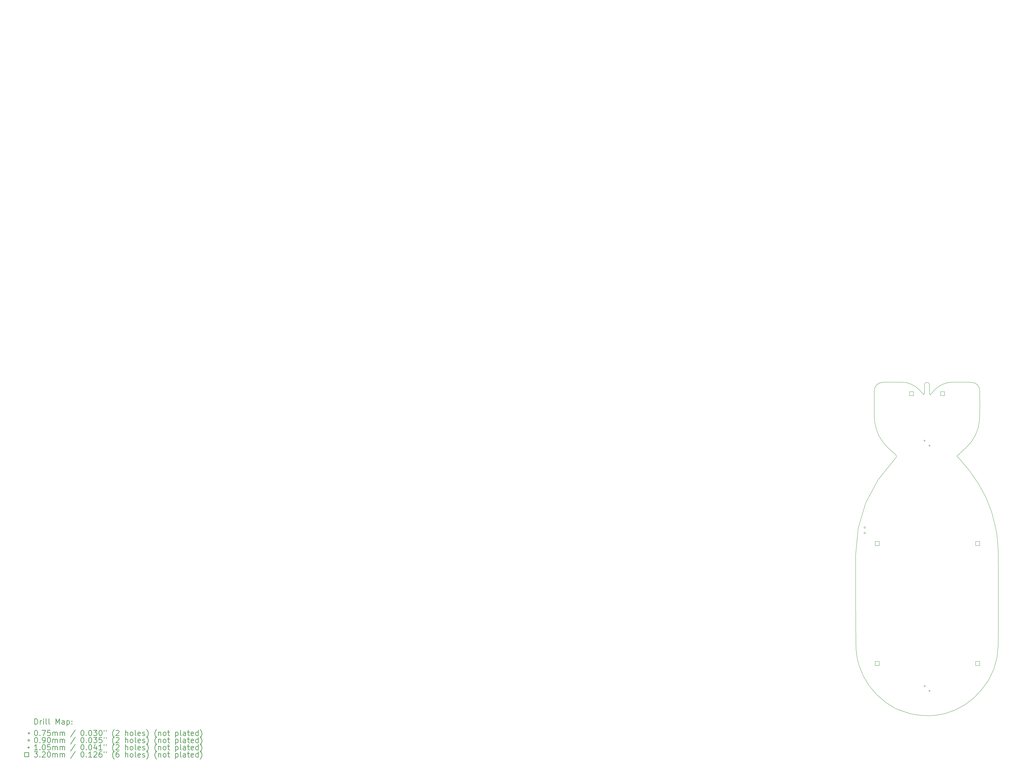
<source format=gbr>
%FSLAX45Y45*%
G04 Gerber Fmt 4.5, Leading zero omitted, Abs format (unit mm)*
G04 Created by KiCad (PCBNEW (5.1.0-0)) date 2019-05-28 12:36:04*
%MOMM*%
%LPD*%
G04 APERTURE LIST*
%ADD10C,0.200000*%
%ADD11C,0.300000*%
G04 APERTURE END LIST*
D10*
X12617964Y-21753735D02*
X12090286Y-22039172D01*
X13095782Y-21388600D02*
X12617964Y-21753735D01*
X13524708Y-20947509D02*
X13095782Y-21388600D01*
X13925508Y-20388541D02*
X13524708Y-20947509D01*
X14217343Y-19784993D02*
X13925508Y-20388541D01*
X14397006Y-19138453D02*
X14217343Y-19784993D01*
X14461291Y-18450505D02*
X14397006Y-19138453D01*
X14469058Y-17170990D02*
X14461291Y-18450505D01*
X6709145Y-11976439D02*
X7123719Y-10585186D01*
X6562811Y-13478856D02*
X6709145Y-11976439D01*
X6559148Y-14704307D02*
X6562811Y-13478856D01*
X6562760Y-15929813D02*
X6559148Y-14704307D01*
X6569460Y-17155341D02*
X6562760Y-15929813D01*
X6575061Y-18380862D02*
X6569460Y-17155341D01*
X6586155Y-18682876D02*
X6575061Y-18380862D01*
X6618236Y-18982020D02*
X6586155Y-18682876D01*
X6672211Y-19277006D02*
X6618236Y-18982020D01*
X6748990Y-19566547D02*
X6672211Y-19277006D01*
X6991788Y-20175510D02*
X6748990Y-19566547D01*
X10803457Y-4472840D02*
X10803457Y-4472840D01*
X8232332Y-21629265D02*
X8232332Y-21629265D01*
X8364798Y-21712115D02*
X8232332Y-21629265D01*
X8497263Y-21794965D02*
X8364798Y-21712115D01*
X8629729Y-21877816D02*
X8497263Y-21794965D01*
X8762194Y-21960666D02*
X8629729Y-21877816D01*
X8893529Y-22015230D02*
X8762194Y-21960666D01*
X9166618Y-22110733D02*
X8893529Y-22015230D01*
X9441925Y-22202764D02*
X9166618Y-22110733D01*
X8812681Y-8059332D02*
X8834778Y-8006090D01*
X8743703Y-8135910D02*
X8812681Y-8059332D01*
X7803062Y-9305031D02*
X8743703Y-8135910D01*
X7123719Y-10585186D02*
X7803062Y-9305031D01*
X7730843Y-4046041D02*
X7886534Y-3944652D01*
X7631946Y-4204639D02*
X7730843Y-4046041D01*
X7597037Y-4412865D02*
X7631946Y-4204639D01*
X7596270Y-4765342D02*
X7597037Y-4412865D01*
X7595831Y-5117820D02*
X7596270Y-4765342D01*
X7322109Y-20721636D02*
X6991788Y-20175510D01*
X7736706Y-21205896D02*
X7322109Y-20721636D01*
X8232332Y-21629265D02*
X7736706Y-21205896D01*
X7702871Y-6497695D02*
X7625430Y-6168044D01*
X7827701Y-6812331D02*
X7702871Y-6497695D01*
X7997666Y-7112563D02*
X7827701Y-6812331D01*
X8160052Y-7325964D02*
X7997666Y-7112563D01*
X8343466Y-7518230D02*
X8160052Y-7325964D01*
X8538143Y-7699184D02*
X8343466Y-7518230D01*
X8734320Y-7878646D02*
X8538143Y-7699184D01*
X8808992Y-7953442D02*
X8734320Y-7878646D01*
X8834778Y-8006090D02*
X8808992Y-7953442D01*
X10170007Y-4414007D02*
X10241891Y-4497729D01*
X10102836Y-4338388D02*
X10170007Y-4414007D01*
X9884619Y-4147538D02*
X10102836Y-4338388D01*
X9643452Y-4012452D02*
X9884619Y-4147538D01*
X9379454Y-3932501D02*
X9643452Y-4012452D01*
X9092747Y-3907057D02*
X9379454Y-3932501D01*
X8842517Y-3907624D02*
X9092747Y-3907057D01*
X8592282Y-3907308D02*
X8842517Y-3907624D01*
X8342048Y-3907116D02*
X8592282Y-3907308D01*
X8091823Y-3908055D02*
X8342048Y-3907116D01*
X7886534Y-3944652D02*
X8091823Y-3908055D01*
X11117059Y-22322405D02*
X10720000Y-22360000D01*
X11511781Y-22241174D02*
X11117059Y-22322405D01*
X12090286Y-22039172D02*
X11511781Y-22241174D01*
X12703547Y-8602128D02*
X12870160Y-8806568D01*
X12531022Y-8400816D02*
X12703547Y-8602128D01*
X12354630Y-8199268D02*
X12531022Y-8400816D01*
X12176419Y-7994121D02*
X12354630Y-8199268D01*
X12300561Y-7879097D02*
X12176419Y-7994121D01*
X12424856Y-7763983D02*
X12300561Y-7879097D01*
X12549160Y-7648705D02*
X12424856Y-7763983D01*
X12673327Y-7533188D02*
X12549160Y-7648705D01*
X12968238Y-7210951D02*
X12673327Y-7533188D01*
X13195264Y-6852909D02*
X12968238Y-7210951D01*
X13347587Y-6458579D02*
X13195264Y-6852909D01*
X13418390Y-6027476D02*
X13347587Y-6458579D01*
X13436263Y-5610871D02*
X13418390Y-6027476D01*
X13441789Y-5193451D02*
X13436263Y-5610871D01*
X13439912Y-4775693D02*
X13441789Y-5193451D01*
X13435576Y-4358076D02*
X13439912Y-4775693D01*
X13398667Y-4182130D02*
X13435576Y-4358076D01*
X13300954Y-4041501D02*
X13398667Y-4182130D01*
X13156618Y-3947453D02*
X13300954Y-4041501D01*
X12979841Y-3911251D02*
X13156618Y-3947453D01*
X12712244Y-3907348D02*
X12979841Y-3911251D01*
X12444602Y-3905661D02*
X12712244Y-3907348D01*
X12176956Y-3906189D02*
X12444602Y-3905661D01*
X11909350Y-3908932D02*
X12176956Y-3906189D01*
X11822727Y-3913348D02*
X11909350Y-3908932D01*
X11736042Y-3923435D02*
X11822727Y-3913348D01*
X11649838Y-3938179D02*
X11736042Y-3923435D01*
X11564659Y-3956569D02*
X11649838Y-3938179D01*
X11352930Y-4030336D02*
X11564659Y-3956569D01*
X11163795Y-4140648D02*
X11352930Y-4030336D01*
X14471941Y-15891430D02*
X14469058Y-17170990D01*
X14469268Y-14611882D02*
X14471941Y-15891430D01*
X14460369Y-13332406D02*
X14469268Y-14611882D01*
X14447931Y-12984614D02*
X14460369Y-13332406D01*
X14418256Y-12636520D02*
X14447931Y-12984614D01*
X14372850Y-12289988D02*
X14418256Y-12636520D01*
X14313218Y-11946881D02*
X14372850Y-12289988D01*
X14094884Y-11095556D02*
X14313218Y-11946881D01*
X13780436Y-10287956D02*
X14094884Y-11095556D01*
X13371615Y-9524741D02*
X13780436Y-10287956D01*
X12870160Y-8806568D02*
X13371615Y-9524741D01*
X10617243Y-3956450D02*
X10641992Y-4002115D01*
X10575943Y-3927506D02*
X10617243Y-3956450D01*
X10518066Y-3916980D02*
X10575943Y-3927506D01*
X10459914Y-3926661D02*
X10518066Y-3916980D01*
X10417463Y-3955419D02*
X10459914Y-3926661D01*
X10390456Y-4000576D02*
X10417463Y-3955419D01*
X10378635Y-4059455D02*
X10390456Y-4000576D01*
X7596144Y-5470295D02*
X7595831Y-5117820D01*
X7597633Y-5822763D02*
X7596144Y-5470295D01*
X7625430Y-6168044D02*
X7597633Y-5822763D01*
X10992528Y-4279543D02*
X11163795Y-4140648D01*
X10834404Y-4439056D02*
X10992528Y-4279543D01*
X10800306Y-4484554D02*
X10834404Y-4439056D01*
X10753518Y-4548238D02*
X10800306Y-4484554D01*
X10707671Y-4596903D02*
X10753518Y-4548238D01*
X10676394Y-4597346D02*
X10707671Y-4596903D01*
X10661352Y-4518564D02*
X10676394Y-4597346D01*
X10653551Y-4377453D02*
X10661352Y-4518564D01*
X10650627Y-4212654D02*
X10653551Y-4377453D01*
X10650216Y-4062808D02*
X10650627Y-4212654D01*
X10641992Y-4002115D02*
X10650216Y-4062808D01*
X10376649Y-4106722D02*
X10378635Y-4059455D01*
X10376359Y-4154106D02*
X10376649Y-4106722D01*
X10376842Y-4201542D02*
X10376359Y-4154106D01*
X10377175Y-4248962D02*
X10376842Y-4201542D01*
X10375607Y-4349557D02*
X10377175Y-4248962D01*
X10370153Y-4462699D02*
X10375607Y-4349557D01*
X10359437Y-4555074D02*
X10370153Y-4462699D01*
X10342079Y-4593367D02*
X10359437Y-4555074D01*
X10304059Y-4565526D02*
X10342079Y-4593367D01*
X10241891Y-4497729D02*
X10304059Y-4565526D01*
X9579912Y-22246913D02*
X9441925Y-22202764D01*
X9664449Y-22265442D02*
X9579912Y-22246913D01*
X9749522Y-22281667D02*
X9664449Y-22265442D01*
X9834917Y-22296367D02*
X9749522Y-22281667D01*
X9920420Y-22310320D02*
X9834917Y-22296367D01*
X10320992Y-22355469D02*
X9920420Y-22310320D01*
X10720000Y-22360000D02*
X10320992Y-22355469D01*
X-39178790Y12593623D02*
X-39178790Y12593623D01*
X-18509049Y16213604D02*
X-18509049Y16213604D01*
D10*
X10617972Y-20947972D02*
X10692972Y-21022972D01*
X10692972Y-20947972D02*
X10617972Y-21022972D01*
X10615850Y-7373850D02*
X10690850Y-7448850D01*
X10690850Y-7373850D02*
X10615850Y-7448850D01*
X7112000Y-11950000D02*
G75*
G03X7112000Y-11950000I-45000J0D01*
G01*
X7112000Y-12250000D02*
G75*
G03X7112000Y-12250000I-45000J0D01*
G01*
X10386772Y-20664272D02*
X10386772Y-20769272D01*
X10334272Y-20716772D02*
X10439272Y-20716772D01*
X10384650Y-7090150D02*
X10384650Y-7195150D01*
X10332150Y-7142650D02*
X10437150Y-7142650D01*
X7870138Y-19585138D02*
X7870138Y-19358862D01*
X7643862Y-19358862D01*
X7643862Y-19585138D01*
X7870138Y-19585138D01*
X7870138Y-12943138D02*
X7870138Y-12716862D01*
X7643862Y-12716862D01*
X7643862Y-12943138D01*
X7870138Y-12943138D01*
X13434138Y-12943138D02*
X13434138Y-12716862D01*
X13207862Y-12716862D01*
X13207862Y-12943138D01*
X13434138Y-12943138D01*
X13434138Y-19585138D02*
X13434138Y-19358862D01*
X13207862Y-19358862D01*
X13207862Y-19585138D01*
X13434138Y-19585138D01*
X9773138Y-4653138D02*
X9773138Y-4426862D01*
X9546862Y-4426862D01*
X9546862Y-4653138D01*
X9773138Y-4653138D01*
X11493138Y-4653138D02*
X11493138Y-4426862D01*
X11266862Y-4426862D01*
X11266862Y-4653138D01*
X11493138Y-4653138D01*
D11*
X-38902361Y-22835714D02*
X-38902361Y-22535714D01*
X-38830933Y-22535714D01*
X-38788076Y-22550000D01*
X-38759504Y-22578571D01*
X-38745218Y-22607143D01*
X-38730933Y-22664286D01*
X-38730933Y-22707143D01*
X-38745218Y-22764286D01*
X-38759504Y-22792857D01*
X-38788076Y-22821429D01*
X-38830933Y-22835714D01*
X-38902361Y-22835714D01*
X-38602361Y-22835714D02*
X-38602361Y-22635714D01*
X-38602361Y-22692857D02*
X-38588076Y-22664286D01*
X-38573790Y-22650000D01*
X-38545218Y-22635714D01*
X-38516647Y-22635714D01*
X-38416647Y-22835714D02*
X-38416647Y-22635714D01*
X-38416647Y-22535714D02*
X-38430933Y-22550000D01*
X-38416647Y-22564286D01*
X-38402361Y-22550000D01*
X-38416647Y-22535714D01*
X-38416647Y-22564286D01*
X-38230933Y-22835714D02*
X-38259504Y-22821429D01*
X-38273790Y-22792857D01*
X-38273790Y-22535714D01*
X-38073790Y-22835714D02*
X-38102361Y-22821429D01*
X-38116647Y-22792857D01*
X-38116647Y-22535714D01*
X-37730933Y-22835714D02*
X-37730933Y-22535714D01*
X-37630933Y-22750000D01*
X-37530933Y-22535714D01*
X-37530933Y-22835714D01*
X-37259504Y-22835714D02*
X-37259504Y-22678571D01*
X-37273790Y-22650000D01*
X-37302361Y-22635714D01*
X-37359504Y-22635714D01*
X-37388076Y-22650000D01*
X-37259504Y-22821429D02*
X-37288076Y-22835714D01*
X-37359504Y-22835714D01*
X-37388076Y-22821429D01*
X-37402361Y-22792857D01*
X-37402361Y-22764286D01*
X-37388076Y-22735714D01*
X-37359504Y-22721429D01*
X-37288076Y-22721429D01*
X-37259504Y-22707143D01*
X-37116647Y-22635714D02*
X-37116647Y-22935714D01*
X-37116647Y-22650000D02*
X-37088076Y-22635714D01*
X-37030933Y-22635714D01*
X-37002361Y-22650000D01*
X-36988076Y-22664286D01*
X-36973790Y-22692857D01*
X-36973790Y-22778571D01*
X-36988076Y-22807143D01*
X-37002361Y-22821429D01*
X-37030933Y-22835714D01*
X-37088076Y-22835714D01*
X-37116647Y-22821429D01*
X-36845218Y-22807143D02*
X-36830933Y-22821429D01*
X-36845218Y-22835714D01*
X-36859504Y-22821429D01*
X-36845218Y-22807143D01*
X-36845218Y-22835714D01*
X-36845218Y-22650000D02*
X-36830933Y-22664286D01*
X-36845218Y-22678571D01*
X-36859504Y-22664286D01*
X-36845218Y-22650000D01*
X-36845218Y-22678571D01*
X-39263790Y-23292500D02*
X-39188790Y-23367500D01*
X-39188790Y-23292500D02*
X-39263790Y-23367500D01*
X-38845218Y-23165714D02*
X-38816647Y-23165714D01*
X-38788076Y-23180000D01*
X-38773790Y-23194286D01*
X-38759504Y-23222857D01*
X-38745218Y-23280000D01*
X-38745218Y-23351429D01*
X-38759504Y-23408571D01*
X-38773790Y-23437143D01*
X-38788076Y-23451429D01*
X-38816647Y-23465714D01*
X-38845218Y-23465714D01*
X-38873790Y-23451429D01*
X-38888076Y-23437143D01*
X-38902361Y-23408571D01*
X-38916647Y-23351429D01*
X-38916647Y-23280000D01*
X-38902361Y-23222857D01*
X-38888076Y-23194286D01*
X-38873790Y-23180000D01*
X-38845218Y-23165714D01*
X-38616647Y-23437143D02*
X-38602361Y-23451429D01*
X-38616647Y-23465714D01*
X-38630933Y-23451429D01*
X-38616647Y-23437143D01*
X-38616647Y-23465714D01*
X-38502361Y-23165714D02*
X-38302361Y-23165714D01*
X-38430933Y-23465714D01*
X-38045218Y-23165714D02*
X-38188076Y-23165714D01*
X-38202361Y-23308571D01*
X-38188076Y-23294286D01*
X-38159504Y-23280000D01*
X-38088076Y-23280000D01*
X-38059504Y-23294286D01*
X-38045218Y-23308571D01*
X-38030933Y-23337143D01*
X-38030933Y-23408571D01*
X-38045218Y-23437143D01*
X-38059504Y-23451429D01*
X-38088076Y-23465714D01*
X-38159504Y-23465714D01*
X-38188076Y-23451429D01*
X-38202361Y-23437143D01*
X-37902361Y-23465714D02*
X-37902361Y-23265714D01*
X-37902361Y-23294286D02*
X-37888076Y-23280000D01*
X-37859504Y-23265714D01*
X-37816647Y-23265714D01*
X-37788076Y-23280000D01*
X-37773790Y-23308571D01*
X-37773790Y-23465714D01*
X-37773790Y-23308571D02*
X-37759504Y-23280000D01*
X-37730933Y-23265714D01*
X-37688076Y-23265714D01*
X-37659504Y-23280000D01*
X-37645218Y-23308571D01*
X-37645218Y-23465714D01*
X-37502361Y-23465714D02*
X-37502361Y-23265714D01*
X-37502361Y-23294286D02*
X-37488076Y-23280000D01*
X-37459504Y-23265714D01*
X-37416647Y-23265714D01*
X-37388076Y-23280000D01*
X-37373790Y-23308571D01*
X-37373790Y-23465714D01*
X-37373790Y-23308571D02*
X-37359504Y-23280000D01*
X-37330933Y-23265714D01*
X-37288076Y-23265714D01*
X-37259504Y-23280000D01*
X-37245218Y-23308571D01*
X-37245218Y-23465714D01*
X-36659504Y-23151429D02*
X-36916647Y-23537143D01*
X-36273790Y-23165714D02*
X-36245218Y-23165714D01*
X-36216647Y-23180000D01*
X-36202361Y-23194286D01*
X-36188076Y-23222857D01*
X-36173790Y-23280000D01*
X-36173790Y-23351429D01*
X-36188076Y-23408571D01*
X-36202361Y-23437143D01*
X-36216647Y-23451429D01*
X-36245218Y-23465714D01*
X-36273790Y-23465714D01*
X-36302361Y-23451429D01*
X-36316647Y-23437143D01*
X-36330933Y-23408571D01*
X-36345218Y-23351429D01*
X-36345218Y-23280000D01*
X-36330933Y-23222857D01*
X-36316647Y-23194286D01*
X-36302361Y-23180000D01*
X-36273790Y-23165714D01*
X-36045218Y-23437143D02*
X-36030933Y-23451429D01*
X-36045218Y-23465714D01*
X-36059504Y-23451429D01*
X-36045218Y-23437143D01*
X-36045218Y-23465714D01*
X-35845218Y-23165714D02*
X-35816647Y-23165714D01*
X-35788076Y-23180000D01*
X-35773790Y-23194286D01*
X-35759504Y-23222857D01*
X-35745218Y-23280000D01*
X-35745218Y-23351429D01*
X-35759504Y-23408571D01*
X-35773790Y-23437143D01*
X-35788076Y-23451429D01*
X-35816647Y-23465714D01*
X-35845218Y-23465714D01*
X-35873790Y-23451429D01*
X-35888076Y-23437143D01*
X-35902361Y-23408571D01*
X-35916647Y-23351429D01*
X-35916647Y-23280000D01*
X-35902361Y-23222857D01*
X-35888076Y-23194286D01*
X-35873790Y-23180000D01*
X-35845218Y-23165714D01*
X-35645218Y-23165714D02*
X-35459504Y-23165714D01*
X-35559504Y-23280000D01*
X-35516647Y-23280000D01*
X-35488076Y-23294286D01*
X-35473790Y-23308571D01*
X-35459504Y-23337143D01*
X-35459504Y-23408571D01*
X-35473790Y-23437143D01*
X-35488076Y-23451429D01*
X-35516647Y-23465714D01*
X-35602361Y-23465714D01*
X-35630933Y-23451429D01*
X-35645218Y-23437143D01*
X-35273790Y-23165714D02*
X-35245218Y-23165714D01*
X-35216647Y-23180000D01*
X-35202361Y-23194286D01*
X-35188076Y-23222857D01*
X-35173790Y-23280000D01*
X-35173790Y-23351429D01*
X-35188076Y-23408571D01*
X-35202361Y-23437143D01*
X-35216647Y-23451429D01*
X-35245218Y-23465714D01*
X-35273790Y-23465714D01*
X-35302361Y-23451429D01*
X-35316647Y-23437143D01*
X-35330933Y-23408571D01*
X-35345218Y-23351429D01*
X-35345218Y-23280000D01*
X-35330933Y-23222857D01*
X-35316647Y-23194286D01*
X-35302361Y-23180000D01*
X-35273790Y-23165714D01*
X-35059504Y-23165714D02*
X-35059504Y-23222857D01*
X-34945218Y-23165714D02*
X-34945218Y-23222857D01*
X-34502361Y-23580000D02*
X-34516647Y-23565714D01*
X-34545218Y-23522857D01*
X-34559504Y-23494286D01*
X-34573790Y-23451429D01*
X-34588076Y-23380000D01*
X-34588076Y-23322857D01*
X-34573790Y-23251429D01*
X-34559504Y-23208571D01*
X-34545218Y-23180000D01*
X-34516647Y-23137143D01*
X-34502361Y-23122857D01*
X-34402361Y-23194286D02*
X-34388076Y-23180000D01*
X-34359504Y-23165714D01*
X-34288076Y-23165714D01*
X-34259504Y-23180000D01*
X-34245218Y-23194286D01*
X-34230933Y-23222857D01*
X-34230933Y-23251429D01*
X-34245218Y-23294286D01*
X-34416647Y-23465714D01*
X-34230933Y-23465714D01*
X-33873790Y-23465714D02*
X-33873790Y-23165714D01*
X-33745218Y-23465714D02*
X-33745218Y-23308571D01*
X-33759504Y-23280000D01*
X-33788076Y-23265714D01*
X-33830933Y-23265714D01*
X-33859504Y-23280000D01*
X-33873790Y-23294286D01*
X-33559504Y-23465714D02*
X-33588076Y-23451429D01*
X-33602361Y-23437143D01*
X-33616647Y-23408571D01*
X-33616647Y-23322857D01*
X-33602361Y-23294286D01*
X-33588076Y-23280000D01*
X-33559504Y-23265714D01*
X-33516647Y-23265714D01*
X-33488076Y-23280000D01*
X-33473790Y-23294286D01*
X-33459504Y-23322857D01*
X-33459504Y-23408571D01*
X-33473790Y-23437143D01*
X-33488076Y-23451429D01*
X-33516647Y-23465714D01*
X-33559504Y-23465714D01*
X-33288076Y-23465714D02*
X-33316647Y-23451429D01*
X-33330933Y-23422857D01*
X-33330933Y-23165714D01*
X-33059504Y-23451429D02*
X-33088076Y-23465714D01*
X-33145218Y-23465714D01*
X-33173790Y-23451429D01*
X-33188076Y-23422857D01*
X-33188076Y-23308571D01*
X-33173790Y-23280000D01*
X-33145218Y-23265714D01*
X-33088076Y-23265714D01*
X-33059504Y-23280000D01*
X-33045218Y-23308571D01*
X-33045218Y-23337143D01*
X-33188076Y-23365714D01*
X-32930933Y-23451429D02*
X-32902361Y-23465714D01*
X-32845218Y-23465714D01*
X-32816647Y-23451429D01*
X-32802361Y-23422857D01*
X-32802361Y-23408571D01*
X-32816647Y-23380000D01*
X-32845218Y-23365714D01*
X-32888076Y-23365714D01*
X-32916647Y-23351429D01*
X-32930933Y-23322857D01*
X-32930933Y-23308571D01*
X-32916647Y-23280000D01*
X-32888076Y-23265714D01*
X-32845218Y-23265714D01*
X-32816647Y-23280000D01*
X-32702361Y-23580000D02*
X-32688076Y-23565714D01*
X-32659504Y-23522857D01*
X-32645218Y-23494286D01*
X-32630933Y-23451429D01*
X-32616647Y-23380000D01*
X-32616647Y-23322857D01*
X-32630933Y-23251429D01*
X-32645218Y-23208571D01*
X-32659504Y-23180000D01*
X-32688076Y-23137143D01*
X-32702361Y-23122857D01*
X-32159504Y-23580000D02*
X-32173790Y-23565714D01*
X-32202361Y-23522857D01*
X-32216647Y-23494286D01*
X-32230933Y-23451429D01*
X-32245218Y-23380000D01*
X-32245218Y-23322857D01*
X-32230933Y-23251429D01*
X-32216647Y-23208571D01*
X-32202361Y-23180000D01*
X-32173790Y-23137143D01*
X-32159504Y-23122857D01*
X-32045218Y-23265714D02*
X-32045218Y-23465714D01*
X-32045218Y-23294286D02*
X-32030933Y-23280000D01*
X-32002361Y-23265714D01*
X-31959504Y-23265714D01*
X-31930933Y-23280000D01*
X-31916647Y-23308571D01*
X-31916647Y-23465714D01*
X-31730933Y-23465714D02*
X-31759504Y-23451429D01*
X-31773790Y-23437143D01*
X-31788076Y-23408571D01*
X-31788076Y-23322857D01*
X-31773790Y-23294286D01*
X-31759504Y-23280000D01*
X-31730933Y-23265714D01*
X-31688076Y-23265714D01*
X-31659504Y-23280000D01*
X-31645218Y-23294286D01*
X-31630933Y-23322857D01*
X-31630933Y-23408571D01*
X-31645218Y-23437143D01*
X-31659504Y-23451429D01*
X-31688076Y-23465714D01*
X-31730933Y-23465714D01*
X-31545218Y-23265714D02*
X-31430933Y-23265714D01*
X-31502361Y-23165714D02*
X-31502361Y-23422857D01*
X-31488076Y-23451429D01*
X-31459504Y-23465714D01*
X-31430933Y-23465714D01*
X-31102361Y-23265714D02*
X-31102361Y-23565714D01*
X-31102361Y-23280000D02*
X-31073790Y-23265714D01*
X-31016647Y-23265714D01*
X-30988076Y-23280000D01*
X-30973790Y-23294286D01*
X-30959504Y-23322857D01*
X-30959504Y-23408571D01*
X-30973790Y-23437143D01*
X-30988076Y-23451429D01*
X-31016647Y-23465714D01*
X-31073790Y-23465714D01*
X-31102361Y-23451429D01*
X-30788076Y-23465714D02*
X-30816647Y-23451429D01*
X-30830933Y-23422857D01*
X-30830933Y-23165714D01*
X-30545218Y-23465714D02*
X-30545218Y-23308571D01*
X-30559504Y-23280000D01*
X-30588076Y-23265714D01*
X-30645218Y-23265714D01*
X-30673790Y-23280000D01*
X-30545218Y-23451429D02*
X-30573790Y-23465714D01*
X-30645218Y-23465714D01*
X-30673790Y-23451429D01*
X-30688076Y-23422857D01*
X-30688076Y-23394286D01*
X-30673790Y-23365714D01*
X-30645218Y-23351429D01*
X-30573790Y-23351429D01*
X-30545218Y-23337143D01*
X-30445218Y-23265714D02*
X-30330933Y-23265714D01*
X-30402361Y-23165714D02*
X-30402361Y-23422857D01*
X-30388076Y-23451429D01*
X-30359504Y-23465714D01*
X-30330933Y-23465714D01*
X-30116647Y-23451429D02*
X-30145218Y-23465714D01*
X-30202361Y-23465714D01*
X-30230933Y-23451429D01*
X-30245218Y-23422857D01*
X-30245218Y-23308571D01*
X-30230933Y-23280000D01*
X-30202361Y-23265714D01*
X-30145218Y-23265714D01*
X-30116647Y-23280000D01*
X-30102361Y-23308571D01*
X-30102361Y-23337143D01*
X-30245218Y-23365714D01*
X-29845218Y-23465714D02*
X-29845218Y-23165714D01*
X-29845218Y-23451429D02*
X-29873790Y-23465714D01*
X-29930933Y-23465714D01*
X-29959504Y-23451429D01*
X-29973790Y-23437143D01*
X-29988076Y-23408571D01*
X-29988076Y-23322857D01*
X-29973790Y-23294286D01*
X-29959504Y-23280000D01*
X-29930933Y-23265714D01*
X-29873790Y-23265714D01*
X-29845218Y-23280000D01*
X-29730933Y-23580000D02*
X-29716647Y-23565714D01*
X-29688076Y-23522857D01*
X-29673790Y-23494286D01*
X-29659504Y-23451429D01*
X-29645218Y-23380000D01*
X-29645218Y-23322857D01*
X-29659504Y-23251429D01*
X-29673790Y-23208571D01*
X-29688076Y-23180000D01*
X-29716647Y-23137143D01*
X-29730933Y-23122857D01*
X-39188790Y-23726000D02*
G75*
G03X-39188790Y-23726000I-45000J0D01*
G01*
X-38845218Y-23561714D02*
X-38816647Y-23561714D01*
X-38788076Y-23576000D01*
X-38773790Y-23590286D01*
X-38759504Y-23618857D01*
X-38745218Y-23676000D01*
X-38745218Y-23747429D01*
X-38759504Y-23804571D01*
X-38773790Y-23833143D01*
X-38788076Y-23847429D01*
X-38816647Y-23861714D01*
X-38845218Y-23861714D01*
X-38873790Y-23847429D01*
X-38888076Y-23833143D01*
X-38902361Y-23804571D01*
X-38916647Y-23747429D01*
X-38916647Y-23676000D01*
X-38902361Y-23618857D01*
X-38888076Y-23590286D01*
X-38873790Y-23576000D01*
X-38845218Y-23561714D01*
X-38616647Y-23833143D02*
X-38602361Y-23847429D01*
X-38616647Y-23861714D01*
X-38630933Y-23847429D01*
X-38616647Y-23833143D01*
X-38616647Y-23861714D01*
X-38459504Y-23861714D02*
X-38402361Y-23861714D01*
X-38373790Y-23847429D01*
X-38359504Y-23833143D01*
X-38330933Y-23790286D01*
X-38316647Y-23733143D01*
X-38316647Y-23618857D01*
X-38330933Y-23590286D01*
X-38345218Y-23576000D01*
X-38373790Y-23561714D01*
X-38430933Y-23561714D01*
X-38459504Y-23576000D01*
X-38473790Y-23590286D01*
X-38488076Y-23618857D01*
X-38488076Y-23690286D01*
X-38473790Y-23718857D01*
X-38459504Y-23733143D01*
X-38430933Y-23747429D01*
X-38373790Y-23747429D01*
X-38345218Y-23733143D01*
X-38330933Y-23718857D01*
X-38316647Y-23690286D01*
X-38130933Y-23561714D02*
X-38102361Y-23561714D01*
X-38073790Y-23576000D01*
X-38059504Y-23590286D01*
X-38045218Y-23618857D01*
X-38030933Y-23676000D01*
X-38030933Y-23747429D01*
X-38045218Y-23804571D01*
X-38059504Y-23833143D01*
X-38073790Y-23847429D01*
X-38102361Y-23861714D01*
X-38130933Y-23861714D01*
X-38159504Y-23847429D01*
X-38173790Y-23833143D01*
X-38188076Y-23804571D01*
X-38202361Y-23747429D01*
X-38202361Y-23676000D01*
X-38188076Y-23618857D01*
X-38173790Y-23590286D01*
X-38159504Y-23576000D01*
X-38130933Y-23561714D01*
X-37902361Y-23861714D02*
X-37902361Y-23661714D01*
X-37902361Y-23690286D02*
X-37888076Y-23676000D01*
X-37859504Y-23661714D01*
X-37816647Y-23661714D01*
X-37788076Y-23676000D01*
X-37773790Y-23704571D01*
X-37773790Y-23861714D01*
X-37773790Y-23704571D02*
X-37759504Y-23676000D01*
X-37730933Y-23661714D01*
X-37688076Y-23661714D01*
X-37659504Y-23676000D01*
X-37645218Y-23704571D01*
X-37645218Y-23861714D01*
X-37502361Y-23861714D02*
X-37502361Y-23661714D01*
X-37502361Y-23690286D02*
X-37488076Y-23676000D01*
X-37459504Y-23661714D01*
X-37416647Y-23661714D01*
X-37388076Y-23676000D01*
X-37373790Y-23704571D01*
X-37373790Y-23861714D01*
X-37373790Y-23704571D02*
X-37359504Y-23676000D01*
X-37330933Y-23661714D01*
X-37288076Y-23661714D01*
X-37259504Y-23676000D01*
X-37245218Y-23704571D01*
X-37245218Y-23861714D01*
X-36659504Y-23547429D02*
X-36916647Y-23933143D01*
X-36273790Y-23561714D02*
X-36245218Y-23561714D01*
X-36216647Y-23576000D01*
X-36202361Y-23590286D01*
X-36188076Y-23618857D01*
X-36173790Y-23676000D01*
X-36173790Y-23747429D01*
X-36188076Y-23804571D01*
X-36202361Y-23833143D01*
X-36216647Y-23847429D01*
X-36245218Y-23861714D01*
X-36273790Y-23861714D01*
X-36302361Y-23847429D01*
X-36316647Y-23833143D01*
X-36330933Y-23804571D01*
X-36345218Y-23747429D01*
X-36345218Y-23676000D01*
X-36330933Y-23618857D01*
X-36316647Y-23590286D01*
X-36302361Y-23576000D01*
X-36273790Y-23561714D01*
X-36045218Y-23833143D02*
X-36030933Y-23847429D01*
X-36045218Y-23861714D01*
X-36059504Y-23847429D01*
X-36045218Y-23833143D01*
X-36045218Y-23861714D01*
X-35845218Y-23561714D02*
X-35816647Y-23561714D01*
X-35788076Y-23576000D01*
X-35773790Y-23590286D01*
X-35759504Y-23618857D01*
X-35745218Y-23676000D01*
X-35745218Y-23747429D01*
X-35759504Y-23804571D01*
X-35773790Y-23833143D01*
X-35788076Y-23847429D01*
X-35816647Y-23861714D01*
X-35845218Y-23861714D01*
X-35873790Y-23847429D01*
X-35888076Y-23833143D01*
X-35902361Y-23804571D01*
X-35916647Y-23747429D01*
X-35916647Y-23676000D01*
X-35902361Y-23618857D01*
X-35888076Y-23590286D01*
X-35873790Y-23576000D01*
X-35845218Y-23561714D01*
X-35645218Y-23561714D02*
X-35459504Y-23561714D01*
X-35559504Y-23676000D01*
X-35516647Y-23676000D01*
X-35488076Y-23690286D01*
X-35473790Y-23704571D01*
X-35459504Y-23733143D01*
X-35459504Y-23804571D01*
X-35473790Y-23833143D01*
X-35488076Y-23847429D01*
X-35516647Y-23861714D01*
X-35602361Y-23861714D01*
X-35630933Y-23847429D01*
X-35645218Y-23833143D01*
X-35188076Y-23561714D02*
X-35330933Y-23561714D01*
X-35345218Y-23704571D01*
X-35330933Y-23690286D01*
X-35302361Y-23676000D01*
X-35230933Y-23676000D01*
X-35202361Y-23690286D01*
X-35188076Y-23704571D01*
X-35173790Y-23733143D01*
X-35173790Y-23804571D01*
X-35188076Y-23833143D01*
X-35202361Y-23847429D01*
X-35230933Y-23861714D01*
X-35302361Y-23861714D01*
X-35330933Y-23847429D01*
X-35345218Y-23833143D01*
X-35059504Y-23561714D02*
X-35059504Y-23618857D01*
X-34945218Y-23561714D02*
X-34945218Y-23618857D01*
X-34502361Y-23976000D02*
X-34516647Y-23961714D01*
X-34545218Y-23918857D01*
X-34559504Y-23890286D01*
X-34573790Y-23847429D01*
X-34588076Y-23776000D01*
X-34588076Y-23718857D01*
X-34573790Y-23647429D01*
X-34559504Y-23604571D01*
X-34545218Y-23576000D01*
X-34516647Y-23533143D01*
X-34502361Y-23518857D01*
X-34402361Y-23590286D02*
X-34388076Y-23576000D01*
X-34359504Y-23561714D01*
X-34288076Y-23561714D01*
X-34259504Y-23576000D01*
X-34245218Y-23590286D01*
X-34230933Y-23618857D01*
X-34230933Y-23647429D01*
X-34245218Y-23690286D01*
X-34416647Y-23861714D01*
X-34230933Y-23861714D01*
X-33873790Y-23861714D02*
X-33873790Y-23561714D01*
X-33745218Y-23861714D02*
X-33745218Y-23704571D01*
X-33759504Y-23676000D01*
X-33788076Y-23661714D01*
X-33830933Y-23661714D01*
X-33859504Y-23676000D01*
X-33873790Y-23690286D01*
X-33559504Y-23861714D02*
X-33588076Y-23847429D01*
X-33602361Y-23833143D01*
X-33616647Y-23804571D01*
X-33616647Y-23718857D01*
X-33602361Y-23690286D01*
X-33588076Y-23676000D01*
X-33559504Y-23661714D01*
X-33516647Y-23661714D01*
X-33488076Y-23676000D01*
X-33473790Y-23690286D01*
X-33459504Y-23718857D01*
X-33459504Y-23804571D01*
X-33473790Y-23833143D01*
X-33488076Y-23847429D01*
X-33516647Y-23861714D01*
X-33559504Y-23861714D01*
X-33288076Y-23861714D02*
X-33316647Y-23847429D01*
X-33330933Y-23818857D01*
X-33330933Y-23561714D01*
X-33059504Y-23847429D02*
X-33088076Y-23861714D01*
X-33145218Y-23861714D01*
X-33173790Y-23847429D01*
X-33188076Y-23818857D01*
X-33188076Y-23704571D01*
X-33173790Y-23676000D01*
X-33145218Y-23661714D01*
X-33088076Y-23661714D01*
X-33059504Y-23676000D01*
X-33045218Y-23704571D01*
X-33045218Y-23733143D01*
X-33188076Y-23761714D01*
X-32930933Y-23847429D02*
X-32902361Y-23861714D01*
X-32845218Y-23861714D01*
X-32816647Y-23847429D01*
X-32802361Y-23818857D01*
X-32802361Y-23804571D01*
X-32816647Y-23776000D01*
X-32845218Y-23761714D01*
X-32888076Y-23761714D01*
X-32916647Y-23747429D01*
X-32930933Y-23718857D01*
X-32930933Y-23704571D01*
X-32916647Y-23676000D01*
X-32888076Y-23661714D01*
X-32845218Y-23661714D01*
X-32816647Y-23676000D01*
X-32702361Y-23976000D02*
X-32688076Y-23961714D01*
X-32659504Y-23918857D01*
X-32645218Y-23890286D01*
X-32630933Y-23847429D01*
X-32616647Y-23776000D01*
X-32616647Y-23718857D01*
X-32630933Y-23647429D01*
X-32645218Y-23604571D01*
X-32659504Y-23576000D01*
X-32688076Y-23533143D01*
X-32702361Y-23518857D01*
X-32159504Y-23976000D02*
X-32173790Y-23961714D01*
X-32202361Y-23918857D01*
X-32216647Y-23890286D01*
X-32230933Y-23847429D01*
X-32245218Y-23776000D01*
X-32245218Y-23718857D01*
X-32230933Y-23647429D01*
X-32216647Y-23604571D01*
X-32202361Y-23576000D01*
X-32173790Y-23533143D01*
X-32159504Y-23518857D01*
X-32045218Y-23661714D02*
X-32045218Y-23861714D01*
X-32045218Y-23690286D02*
X-32030933Y-23676000D01*
X-32002361Y-23661714D01*
X-31959504Y-23661714D01*
X-31930933Y-23676000D01*
X-31916647Y-23704571D01*
X-31916647Y-23861714D01*
X-31730933Y-23861714D02*
X-31759504Y-23847429D01*
X-31773790Y-23833143D01*
X-31788076Y-23804571D01*
X-31788076Y-23718857D01*
X-31773790Y-23690286D01*
X-31759504Y-23676000D01*
X-31730933Y-23661714D01*
X-31688076Y-23661714D01*
X-31659504Y-23676000D01*
X-31645218Y-23690286D01*
X-31630933Y-23718857D01*
X-31630933Y-23804571D01*
X-31645218Y-23833143D01*
X-31659504Y-23847429D01*
X-31688076Y-23861714D01*
X-31730933Y-23861714D01*
X-31545218Y-23661714D02*
X-31430933Y-23661714D01*
X-31502361Y-23561714D02*
X-31502361Y-23818857D01*
X-31488076Y-23847429D01*
X-31459504Y-23861714D01*
X-31430933Y-23861714D01*
X-31102361Y-23661714D02*
X-31102361Y-23961714D01*
X-31102361Y-23676000D02*
X-31073790Y-23661714D01*
X-31016647Y-23661714D01*
X-30988076Y-23676000D01*
X-30973790Y-23690286D01*
X-30959504Y-23718857D01*
X-30959504Y-23804571D01*
X-30973790Y-23833143D01*
X-30988076Y-23847429D01*
X-31016647Y-23861714D01*
X-31073790Y-23861714D01*
X-31102361Y-23847429D01*
X-30788076Y-23861714D02*
X-30816647Y-23847429D01*
X-30830933Y-23818857D01*
X-30830933Y-23561714D01*
X-30545218Y-23861714D02*
X-30545218Y-23704571D01*
X-30559504Y-23676000D01*
X-30588076Y-23661714D01*
X-30645218Y-23661714D01*
X-30673790Y-23676000D01*
X-30545218Y-23847429D02*
X-30573790Y-23861714D01*
X-30645218Y-23861714D01*
X-30673790Y-23847429D01*
X-30688076Y-23818857D01*
X-30688076Y-23790286D01*
X-30673790Y-23761714D01*
X-30645218Y-23747429D01*
X-30573790Y-23747429D01*
X-30545218Y-23733143D01*
X-30445218Y-23661714D02*
X-30330933Y-23661714D01*
X-30402361Y-23561714D02*
X-30402361Y-23818857D01*
X-30388076Y-23847429D01*
X-30359504Y-23861714D01*
X-30330933Y-23861714D01*
X-30116647Y-23847429D02*
X-30145218Y-23861714D01*
X-30202361Y-23861714D01*
X-30230933Y-23847429D01*
X-30245218Y-23818857D01*
X-30245218Y-23704571D01*
X-30230933Y-23676000D01*
X-30202361Y-23661714D01*
X-30145218Y-23661714D01*
X-30116647Y-23676000D01*
X-30102361Y-23704571D01*
X-30102361Y-23733143D01*
X-30245218Y-23761714D01*
X-29845218Y-23861714D02*
X-29845218Y-23561714D01*
X-29845218Y-23847429D02*
X-29873790Y-23861714D01*
X-29930933Y-23861714D01*
X-29959504Y-23847429D01*
X-29973790Y-23833143D01*
X-29988076Y-23804571D01*
X-29988076Y-23718857D01*
X-29973790Y-23690286D01*
X-29959504Y-23676000D01*
X-29930933Y-23661714D01*
X-29873790Y-23661714D01*
X-29845218Y-23676000D01*
X-29730933Y-23976000D02*
X-29716647Y-23961714D01*
X-29688076Y-23918857D01*
X-29673790Y-23890286D01*
X-29659504Y-23847429D01*
X-29645218Y-23776000D01*
X-29645218Y-23718857D01*
X-29659504Y-23647429D01*
X-29673790Y-23604571D01*
X-29688076Y-23576000D01*
X-29716647Y-23533143D01*
X-29730933Y-23518857D01*
X-39241290Y-24069500D02*
X-39241290Y-24174500D01*
X-39293790Y-24122000D02*
X-39188790Y-24122000D01*
X-38745218Y-24257714D02*
X-38916647Y-24257714D01*
X-38830933Y-24257714D02*
X-38830933Y-23957714D01*
X-38859504Y-24000571D01*
X-38888076Y-24029143D01*
X-38916647Y-24043429D01*
X-38616647Y-24229143D02*
X-38602361Y-24243429D01*
X-38616647Y-24257714D01*
X-38630933Y-24243429D01*
X-38616647Y-24229143D01*
X-38616647Y-24257714D01*
X-38416647Y-23957714D02*
X-38388076Y-23957714D01*
X-38359504Y-23972000D01*
X-38345218Y-23986286D01*
X-38330933Y-24014857D01*
X-38316647Y-24072000D01*
X-38316647Y-24143429D01*
X-38330933Y-24200571D01*
X-38345218Y-24229143D01*
X-38359504Y-24243429D01*
X-38388076Y-24257714D01*
X-38416647Y-24257714D01*
X-38445218Y-24243429D01*
X-38459504Y-24229143D01*
X-38473790Y-24200571D01*
X-38488076Y-24143429D01*
X-38488076Y-24072000D01*
X-38473790Y-24014857D01*
X-38459504Y-23986286D01*
X-38445218Y-23972000D01*
X-38416647Y-23957714D01*
X-38045218Y-23957714D02*
X-38188076Y-23957714D01*
X-38202361Y-24100571D01*
X-38188076Y-24086286D01*
X-38159504Y-24072000D01*
X-38088076Y-24072000D01*
X-38059504Y-24086286D01*
X-38045218Y-24100571D01*
X-38030933Y-24129143D01*
X-38030933Y-24200571D01*
X-38045218Y-24229143D01*
X-38059504Y-24243429D01*
X-38088076Y-24257714D01*
X-38159504Y-24257714D01*
X-38188076Y-24243429D01*
X-38202361Y-24229143D01*
X-37902361Y-24257714D02*
X-37902361Y-24057714D01*
X-37902361Y-24086286D02*
X-37888076Y-24072000D01*
X-37859504Y-24057714D01*
X-37816647Y-24057714D01*
X-37788076Y-24072000D01*
X-37773790Y-24100571D01*
X-37773790Y-24257714D01*
X-37773790Y-24100571D02*
X-37759504Y-24072000D01*
X-37730933Y-24057714D01*
X-37688076Y-24057714D01*
X-37659504Y-24072000D01*
X-37645218Y-24100571D01*
X-37645218Y-24257714D01*
X-37502361Y-24257714D02*
X-37502361Y-24057714D01*
X-37502361Y-24086286D02*
X-37488076Y-24072000D01*
X-37459504Y-24057714D01*
X-37416647Y-24057714D01*
X-37388076Y-24072000D01*
X-37373790Y-24100571D01*
X-37373790Y-24257714D01*
X-37373790Y-24100571D02*
X-37359504Y-24072000D01*
X-37330933Y-24057714D01*
X-37288076Y-24057714D01*
X-37259504Y-24072000D01*
X-37245218Y-24100571D01*
X-37245218Y-24257714D01*
X-36659504Y-23943429D02*
X-36916647Y-24329143D01*
X-36273790Y-23957714D02*
X-36245218Y-23957714D01*
X-36216647Y-23972000D01*
X-36202361Y-23986286D01*
X-36188076Y-24014857D01*
X-36173790Y-24072000D01*
X-36173790Y-24143429D01*
X-36188076Y-24200571D01*
X-36202361Y-24229143D01*
X-36216647Y-24243429D01*
X-36245218Y-24257714D01*
X-36273790Y-24257714D01*
X-36302361Y-24243429D01*
X-36316647Y-24229143D01*
X-36330933Y-24200571D01*
X-36345218Y-24143429D01*
X-36345218Y-24072000D01*
X-36330933Y-24014857D01*
X-36316647Y-23986286D01*
X-36302361Y-23972000D01*
X-36273790Y-23957714D01*
X-36045218Y-24229143D02*
X-36030933Y-24243429D01*
X-36045218Y-24257714D01*
X-36059504Y-24243429D01*
X-36045218Y-24229143D01*
X-36045218Y-24257714D01*
X-35845218Y-23957714D02*
X-35816647Y-23957714D01*
X-35788076Y-23972000D01*
X-35773790Y-23986286D01*
X-35759504Y-24014857D01*
X-35745218Y-24072000D01*
X-35745218Y-24143429D01*
X-35759504Y-24200571D01*
X-35773790Y-24229143D01*
X-35788076Y-24243429D01*
X-35816647Y-24257714D01*
X-35845218Y-24257714D01*
X-35873790Y-24243429D01*
X-35888076Y-24229143D01*
X-35902361Y-24200571D01*
X-35916647Y-24143429D01*
X-35916647Y-24072000D01*
X-35902361Y-24014857D01*
X-35888076Y-23986286D01*
X-35873790Y-23972000D01*
X-35845218Y-23957714D01*
X-35488076Y-24057714D02*
X-35488076Y-24257714D01*
X-35559504Y-23943429D02*
X-35630933Y-24157714D01*
X-35445218Y-24157714D01*
X-35173790Y-24257714D02*
X-35345218Y-24257714D01*
X-35259504Y-24257714D02*
X-35259504Y-23957714D01*
X-35288076Y-24000571D01*
X-35316647Y-24029143D01*
X-35345218Y-24043429D01*
X-35059504Y-23957714D02*
X-35059504Y-24014857D01*
X-34945218Y-23957714D02*
X-34945218Y-24014857D01*
X-34502361Y-24372000D02*
X-34516647Y-24357714D01*
X-34545218Y-24314857D01*
X-34559504Y-24286286D01*
X-34573790Y-24243429D01*
X-34588076Y-24172000D01*
X-34588076Y-24114857D01*
X-34573790Y-24043429D01*
X-34559504Y-24000571D01*
X-34545218Y-23972000D01*
X-34516647Y-23929143D01*
X-34502361Y-23914857D01*
X-34402361Y-23986286D02*
X-34388076Y-23972000D01*
X-34359504Y-23957714D01*
X-34288076Y-23957714D01*
X-34259504Y-23972000D01*
X-34245218Y-23986286D01*
X-34230933Y-24014857D01*
X-34230933Y-24043429D01*
X-34245218Y-24086286D01*
X-34416647Y-24257714D01*
X-34230933Y-24257714D01*
X-33873790Y-24257714D02*
X-33873790Y-23957714D01*
X-33745218Y-24257714D02*
X-33745218Y-24100571D01*
X-33759504Y-24072000D01*
X-33788076Y-24057714D01*
X-33830933Y-24057714D01*
X-33859504Y-24072000D01*
X-33873790Y-24086286D01*
X-33559504Y-24257714D02*
X-33588076Y-24243429D01*
X-33602361Y-24229143D01*
X-33616647Y-24200571D01*
X-33616647Y-24114857D01*
X-33602361Y-24086286D01*
X-33588076Y-24072000D01*
X-33559504Y-24057714D01*
X-33516647Y-24057714D01*
X-33488076Y-24072000D01*
X-33473790Y-24086286D01*
X-33459504Y-24114857D01*
X-33459504Y-24200571D01*
X-33473790Y-24229143D01*
X-33488076Y-24243429D01*
X-33516647Y-24257714D01*
X-33559504Y-24257714D01*
X-33288076Y-24257714D02*
X-33316647Y-24243429D01*
X-33330933Y-24214857D01*
X-33330933Y-23957714D01*
X-33059504Y-24243429D02*
X-33088076Y-24257714D01*
X-33145218Y-24257714D01*
X-33173790Y-24243429D01*
X-33188076Y-24214857D01*
X-33188076Y-24100571D01*
X-33173790Y-24072000D01*
X-33145218Y-24057714D01*
X-33088076Y-24057714D01*
X-33059504Y-24072000D01*
X-33045218Y-24100571D01*
X-33045218Y-24129143D01*
X-33188076Y-24157714D01*
X-32930933Y-24243429D02*
X-32902361Y-24257714D01*
X-32845218Y-24257714D01*
X-32816647Y-24243429D01*
X-32802361Y-24214857D01*
X-32802361Y-24200571D01*
X-32816647Y-24172000D01*
X-32845218Y-24157714D01*
X-32888076Y-24157714D01*
X-32916647Y-24143429D01*
X-32930933Y-24114857D01*
X-32930933Y-24100571D01*
X-32916647Y-24072000D01*
X-32888076Y-24057714D01*
X-32845218Y-24057714D01*
X-32816647Y-24072000D01*
X-32702361Y-24372000D02*
X-32688076Y-24357714D01*
X-32659504Y-24314857D01*
X-32645218Y-24286286D01*
X-32630933Y-24243429D01*
X-32616647Y-24172000D01*
X-32616647Y-24114857D01*
X-32630933Y-24043429D01*
X-32645218Y-24000571D01*
X-32659504Y-23972000D01*
X-32688076Y-23929143D01*
X-32702361Y-23914857D01*
X-32159504Y-24372000D02*
X-32173790Y-24357714D01*
X-32202361Y-24314857D01*
X-32216647Y-24286286D01*
X-32230933Y-24243429D01*
X-32245218Y-24172000D01*
X-32245218Y-24114857D01*
X-32230933Y-24043429D01*
X-32216647Y-24000571D01*
X-32202361Y-23972000D01*
X-32173790Y-23929143D01*
X-32159504Y-23914857D01*
X-32045218Y-24057714D02*
X-32045218Y-24257714D01*
X-32045218Y-24086286D02*
X-32030933Y-24072000D01*
X-32002361Y-24057714D01*
X-31959504Y-24057714D01*
X-31930933Y-24072000D01*
X-31916647Y-24100571D01*
X-31916647Y-24257714D01*
X-31730933Y-24257714D02*
X-31759504Y-24243429D01*
X-31773790Y-24229143D01*
X-31788076Y-24200571D01*
X-31788076Y-24114857D01*
X-31773790Y-24086286D01*
X-31759504Y-24072000D01*
X-31730933Y-24057714D01*
X-31688076Y-24057714D01*
X-31659504Y-24072000D01*
X-31645218Y-24086286D01*
X-31630933Y-24114857D01*
X-31630933Y-24200571D01*
X-31645218Y-24229143D01*
X-31659504Y-24243429D01*
X-31688076Y-24257714D01*
X-31730933Y-24257714D01*
X-31545218Y-24057714D02*
X-31430933Y-24057714D01*
X-31502361Y-23957714D02*
X-31502361Y-24214857D01*
X-31488076Y-24243429D01*
X-31459504Y-24257714D01*
X-31430933Y-24257714D01*
X-31102361Y-24057714D02*
X-31102361Y-24357714D01*
X-31102361Y-24072000D02*
X-31073790Y-24057714D01*
X-31016647Y-24057714D01*
X-30988076Y-24072000D01*
X-30973790Y-24086286D01*
X-30959504Y-24114857D01*
X-30959504Y-24200571D01*
X-30973790Y-24229143D01*
X-30988076Y-24243429D01*
X-31016647Y-24257714D01*
X-31073790Y-24257714D01*
X-31102361Y-24243429D01*
X-30788076Y-24257714D02*
X-30816647Y-24243429D01*
X-30830933Y-24214857D01*
X-30830933Y-23957714D01*
X-30545218Y-24257714D02*
X-30545218Y-24100571D01*
X-30559504Y-24072000D01*
X-30588076Y-24057714D01*
X-30645218Y-24057714D01*
X-30673790Y-24072000D01*
X-30545218Y-24243429D02*
X-30573790Y-24257714D01*
X-30645218Y-24257714D01*
X-30673790Y-24243429D01*
X-30688076Y-24214857D01*
X-30688076Y-24186286D01*
X-30673790Y-24157714D01*
X-30645218Y-24143429D01*
X-30573790Y-24143429D01*
X-30545218Y-24129143D01*
X-30445218Y-24057714D02*
X-30330933Y-24057714D01*
X-30402361Y-23957714D02*
X-30402361Y-24214857D01*
X-30388076Y-24243429D01*
X-30359504Y-24257714D01*
X-30330933Y-24257714D01*
X-30116647Y-24243429D02*
X-30145218Y-24257714D01*
X-30202361Y-24257714D01*
X-30230933Y-24243429D01*
X-30245218Y-24214857D01*
X-30245218Y-24100571D01*
X-30230933Y-24072000D01*
X-30202361Y-24057714D01*
X-30145218Y-24057714D01*
X-30116647Y-24072000D01*
X-30102361Y-24100571D01*
X-30102361Y-24129143D01*
X-30245218Y-24157714D01*
X-29845218Y-24257714D02*
X-29845218Y-23957714D01*
X-29845218Y-24243429D02*
X-29873790Y-24257714D01*
X-29930933Y-24257714D01*
X-29959504Y-24243429D01*
X-29973790Y-24229143D01*
X-29988076Y-24200571D01*
X-29988076Y-24114857D01*
X-29973790Y-24086286D01*
X-29959504Y-24072000D01*
X-29930933Y-24057714D01*
X-29873790Y-24057714D01*
X-29845218Y-24072000D01*
X-29730933Y-24372000D02*
X-29716647Y-24357714D01*
X-29688076Y-24314857D01*
X-29673790Y-24286286D01*
X-29659504Y-24243429D01*
X-29645218Y-24172000D01*
X-29645218Y-24114857D01*
X-29659504Y-24043429D01*
X-29673790Y-24000571D01*
X-29688076Y-23972000D01*
X-29716647Y-23929143D01*
X-29730933Y-23914857D01*
X-39235652Y-24631138D02*
X-39235652Y-24404862D01*
X-39461928Y-24404862D01*
X-39461928Y-24631138D01*
X-39235652Y-24631138D01*
X-38930933Y-24353714D02*
X-38745218Y-24353714D01*
X-38845218Y-24468000D01*
X-38802361Y-24468000D01*
X-38773790Y-24482286D01*
X-38759504Y-24496571D01*
X-38745218Y-24525143D01*
X-38745218Y-24596571D01*
X-38759504Y-24625143D01*
X-38773790Y-24639429D01*
X-38802361Y-24653714D01*
X-38888076Y-24653714D01*
X-38916647Y-24639429D01*
X-38930933Y-24625143D01*
X-38616647Y-24625143D02*
X-38602361Y-24639429D01*
X-38616647Y-24653714D01*
X-38630933Y-24639429D01*
X-38616647Y-24625143D01*
X-38616647Y-24653714D01*
X-38488076Y-24382286D02*
X-38473790Y-24368000D01*
X-38445218Y-24353714D01*
X-38373790Y-24353714D01*
X-38345218Y-24368000D01*
X-38330933Y-24382286D01*
X-38316647Y-24410857D01*
X-38316647Y-24439429D01*
X-38330933Y-24482286D01*
X-38502361Y-24653714D01*
X-38316647Y-24653714D01*
X-38130933Y-24353714D02*
X-38102361Y-24353714D01*
X-38073790Y-24368000D01*
X-38059504Y-24382286D01*
X-38045218Y-24410857D01*
X-38030933Y-24468000D01*
X-38030933Y-24539429D01*
X-38045218Y-24596571D01*
X-38059504Y-24625143D01*
X-38073790Y-24639429D01*
X-38102361Y-24653714D01*
X-38130933Y-24653714D01*
X-38159504Y-24639429D01*
X-38173790Y-24625143D01*
X-38188076Y-24596571D01*
X-38202361Y-24539429D01*
X-38202361Y-24468000D01*
X-38188076Y-24410857D01*
X-38173790Y-24382286D01*
X-38159504Y-24368000D01*
X-38130933Y-24353714D01*
X-37902361Y-24653714D02*
X-37902361Y-24453714D01*
X-37902361Y-24482286D02*
X-37888076Y-24468000D01*
X-37859504Y-24453714D01*
X-37816647Y-24453714D01*
X-37788076Y-24468000D01*
X-37773790Y-24496571D01*
X-37773790Y-24653714D01*
X-37773790Y-24496571D02*
X-37759504Y-24468000D01*
X-37730933Y-24453714D01*
X-37688076Y-24453714D01*
X-37659504Y-24468000D01*
X-37645218Y-24496571D01*
X-37645218Y-24653714D01*
X-37502361Y-24653714D02*
X-37502361Y-24453714D01*
X-37502361Y-24482286D02*
X-37488076Y-24468000D01*
X-37459504Y-24453714D01*
X-37416647Y-24453714D01*
X-37388076Y-24468000D01*
X-37373790Y-24496571D01*
X-37373790Y-24653714D01*
X-37373790Y-24496571D02*
X-37359504Y-24468000D01*
X-37330933Y-24453714D01*
X-37288076Y-24453714D01*
X-37259504Y-24468000D01*
X-37245218Y-24496571D01*
X-37245218Y-24653714D01*
X-36659504Y-24339429D02*
X-36916647Y-24725143D01*
X-36273790Y-24353714D02*
X-36245218Y-24353714D01*
X-36216647Y-24368000D01*
X-36202361Y-24382286D01*
X-36188076Y-24410857D01*
X-36173790Y-24468000D01*
X-36173790Y-24539429D01*
X-36188076Y-24596571D01*
X-36202361Y-24625143D01*
X-36216647Y-24639429D01*
X-36245218Y-24653714D01*
X-36273790Y-24653714D01*
X-36302361Y-24639429D01*
X-36316647Y-24625143D01*
X-36330933Y-24596571D01*
X-36345218Y-24539429D01*
X-36345218Y-24468000D01*
X-36330933Y-24410857D01*
X-36316647Y-24382286D01*
X-36302361Y-24368000D01*
X-36273790Y-24353714D01*
X-36045218Y-24625143D02*
X-36030933Y-24639429D01*
X-36045218Y-24653714D01*
X-36059504Y-24639429D01*
X-36045218Y-24625143D01*
X-36045218Y-24653714D01*
X-35745218Y-24653714D02*
X-35916647Y-24653714D01*
X-35830933Y-24653714D02*
X-35830933Y-24353714D01*
X-35859504Y-24396571D01*
X-35888076Y-24425143D01*
X-35916647Y-24439429D01*
X-35630933Y-24382286D02*
X-35616647Y-24368000D01*
X-35588076Y-24353714D01*
X-35516647Y-24353714D01*
X-35488076Y-24368000D01*
X-35473790Y-24382286D01*
X-35459504Y-24410857D01*
X-35459504Y-24439429D01*
X-35473790Y-24482286D01*
X-35645218Y-24653714D01*
X-35459504Y-24653714D01*
X-35202361Y-24353714D02*
X-35259504Y-24353714D01*
X-35288076Y-24368000D01*
X-35302361Y-24382286D01*
X-35330933Y-24425143D01*
X-35345218Y-24482286D01*
X-35345218Y-24596571D01*
X-35330933Y-24625143D01*
X-35316647Y-24639429D01*
X-35288076Y-24653714D01*
X-35230933Y-24653714D01*
X-35202361Y-24639429D01*
X-35188076Y-24625143D01*
X-35173790Y-24596571D01*
X-35173790Y-24525143D01*
X-35188076Y-24496571D01*
X-35202361Y-24482286D01*
X-35230933Y-24468000D01*
X-35288076Y-24468000D01*
X-35316647Y-24482286D01*
X-35330933Y-24496571D01*
X-35345218Y-24525143D01*
X-35059504Y-24353714D02*
X-35059504Y-24410857D01*
X-34945218Y-24353714D02*
X-34945218Y-24410857D01*
X-34502361Y-24768000D02*
X-34516647Y-24753714D01*
X-34545218Y-24710857D01*
X-34559504Y-24682286D01*
X-34573790Y-24639429D01*
X-34588076Y-24568000D01*
X-34588076Y-24510857D01*
X-34573790Y-24439429D01*
X-34559504Y-24396571D01*
X-34545218Y-24368000D01*
X-34516647Y-24325143D01*
X-34502361Y-24310857D01*
X-34259504Y-24353714D02*
X-34316647Y-24353714D01*
X-34345218Y-24368000D01*
X-34359504Y-24382286D01*
X-34388076Y-24425143D01*
X-34402361Y-24482286D01*
X-34402361Y-24596571D01*
X-34388076Y-24625143D01*
X-34373790Y-24639429D01*
X-34345218Y-24653714D01*
X-34288076Y-24653714D01*
X-34259504Y-24639429D01*
X-34245218Y-24625143D01*
X-34230933Y-24596571D01*
X-34230933Y-24525143D01*
X-34245218Y-24496571D01*
X-34259504Y-24482286D01*
X-34288076Y-24468000D01*
X-34345218Y-24468000D01*
X-34373790Y-24482286D01*
X-34388076Y-24496571D01*
X-34402361Y-24525143D01*
X-33873790Y-24653714D02*
X-33873790Y-24353714D01*
X-33745218Y-24653714D02*
X-33745218Y-24496571D01*
X-33759504Y-24468000D01*
X-33788076Y-24453714D01*
X-33830933Y-24453714D01*
X-33859504Y-24468000D01*
X-33873790Y-24482286D01*
X-33559504Y-24653714D02*
X-33588076Y-24639429D01*
X-33602361Y-24625143D01*
X-33616647Y-24596571D01*
X-33616647Y-24510857D01*
X-33602361Y-24482286D01*
X-33588076Y-24468000D01*
X-33559504Y-24453714D01*
X-33516647Y-24453714D01*
X-33488076Y-24468000D01*
X-33473790Y-24482286D01*
X-33459504Y-24510857D01*
X-33459504Y-24596571D01*
X-33473790Y-24625143D01*
X-33488076Y-24639429D01*
X-33516647Y-24653714D01*
X-33559504Y-24653714D01*
X-33288076Y-24653714D02*
X-33316647Y-24639429D01*
X-33330933Y-24610857D01*
X-33330933Y-24353714D01*
X-33059504Y-24639429D02*
X-33088076Y-24653714D01*
X-33145218Y-24653714D01*
X-33173790Y-24639429D01*
X-33188076Y-24610857D01*
X-33188076Y-24496571D01*
X-33173790Y-24468000D01*
X-33145218Y-24453714D01*
X-33088076Y-24453714D01*
X-33059504Y-24468000D01*
X-33045218Y-24496571D01*
X-33045218Y-24525143D01*
X-33188076Y-24553714D01*
X-32930933Y-24639429D02*
X-32902361Y-24653714D01*
X-32845218Y-24653714D01*
X-32816647Y-24639429D01*
X-32802361Y-24610857D01*
X-32802361Y-24596571D01*
X-32816647Y-24568000D01*
X-32845218Y-24553714D01*
X-32888076Y-24553714D01*
X-32916647Y-24539429D01*
X-32930933Y-24510857D01*
X-32930933Y-24496571D01*
X-32916647Y-24468000D01*
X-32888076Y-24453714D01*
X-32845218Y-24453714D01*
X-32816647Y-24468000D01*
X-32702361Y-24768000D02*
X-32688076Y-24753714D01*
X-32659504Y-24710857D01*
X-32645218Y-24682286D01*
X-32630933Y-24639429D01*
X-32616647Y-24568000D01*
X-32616647Y-24510857D01*
X-32630933Y-24439429D01*
X-32645218Y-24396571D01*
X-32659504Y-24368000D01*
X-32688076Y-24325143D01*
X-32702361Y-24310857D01*
X-32159504Y-24768000D02*
X-32173790Y-24753714D01*
X-32202361Y-24710857D01*
X-32216647Y-24682286D01*
X-32230933Y-24639429D01*
X-32245218Y-24568000D01*
X-32245218Y-24510857D01*
X-32230933Y-24439429D01*
X-32216647Y-24396571D01*
X-32202361Y-24368000D01*
X-32173790Y-24325143D01*
X-32159504Y-24310857D01*
X-32045218Y-24453714D02*
X-32045218Y-24653714D01*
X-32045218Y-24482286D02*
X-32030933Y-24468000D01*
X-32002361Y-24453714D01*
X-31959504Y-24453714D01*
X-31930933Y-24468000D01*
X-31916647Y-24496571D01*
X-31916647Y-24653714D01*
X-31730933Y-24653714D02*
X-31759504Y-24639429D01*
X-31773790Y-24625143D01*
X-31788076Y-24596571D01*
X-31788076Y-24510857D01*
X-31773790Y-24482286D01*
X-31759504Y-24468000D01*
X-31730933Y-24453714D01*
X-31688076Y-24453714D01*
X-31659504Y-24468000D01*
X-31645218Y-24482286D01*
X-31630933Y-24510857D01*
X-31630933Y-24596571D01*
X-31645218Y-24625143D01*
X-31659504Y-24639429D01*
X-31688076Y-24653714D01*
X-31730933Y-24653714D01*
X-31545218Y-24453714D02*
X-31430933Y-24453714D01*
X-31502361Y-24353714D02*
X-31502361Y-24610857D01*
X-31488076Y-24639429D01*
X-31459504Y-24653714D01*
X-31430933Y-24653714D01*
X-31102361Y-24453714D02*
X-31102361Y-24753714D01*
X-31102361Y-24468000D02*
X-31073790Y-24453714D01*
X-31016647Y-24453714D01*
X-30988076Y-24468000D01*
X-30973790Y-24482286D01*
X-30959504Y-24510857D01*
X-30959504Y-24596571D01*
X-30973790Y-24625143D01*
X-30988076Y-24639429D01*
X-31016647Y-24653714D01*
X-31073790Y-24653714D01*
X-31102361Y-24639429D01*
X-30788076Y-24653714D02*
X-30816647Y-24639429D01*
X-30830933Y-24610857D01*
X-30830933Y-24353714D01*
X-30545218Y-24653714D02*
X-30545218Y-24496571D01*
X-30559504Y-24468000D01*
X-30588076Y-24453714D01*
X-30645218Y-24453714D01*
X-30673790Y-24468000D01*
X-30545218Y-24639429D02*
X-30573790Y-24653714D01*
X-30645218Y-24653714D01*
X-30673790Y-24639429D01*
X-30688076Y-24610857D01*
X-30688076Y-24582286D01*
X-30673790Y-24553714D01*
X-30645218Y-24539429D01*
X-30573790Y-24539429D01*
X-30545218Y-24525143D01*
X-30445218Y-24453714D02*
X-30330933Y-24453714D01*
X-30402361Y-24353714D02*
X-30402361Y-24610857D01*
X-30388076Y-24639429D01*
X-30359504Y-24653714D01*
X-30330933Y-24653714D01*
X-30116647Y-24639429D02*
X-30145218Y-24653714D01*
X-30202361Y-24653714D01*
X-30230933Y-24639429D01*
X-30245218Y-24610857D01*
X-30245218Y-24496571D01*
X-30230933Y-24468000D01*
X-30202361Y-24453714D01*
X-30145218Y-24453714D01*
X-30116647Y-24468000D01*
X-30102361Y-24496571D01*
X-30102361Y-24525143D01*
X-30245218Y-24553714D01*
X-29845218Y-24653714D02*
X-29845218Y-24353714D01*
X-29845218Y-24639429D02*
X-29873790Y-24653714D01*
X-29930933Y-24653714D01*
X-29959504Y-24639429D01*
X-29973790Y-24625143D01*
X-29988076Y-24596571D01*
X-29988076Y-24510857D01*
X-29973790Y-24482286D01*
X-29959504Y-24468000D01*
X-29930933Y-24453714D01*
X-29873790Y-24453714D01*
X-29845218Y-24468000D01*
X-29730933Y-24768000D02*
X-29716647Y-24753714D01*
X-29688076Y-24710857D01*
X-29673790Y-24682286D01*
X-29659504Y-24639429D01*
X-29645218Y-24568000D01*
X-29645218Y-24510857D01*
X-29659504Y-24439429D01*
X-29673790Y-24396571D01*
X-29688076Y-24368000D01*
X-29716647Y-24325143D01*
X-29730933Y-24310857D01*
M02*

</source>
